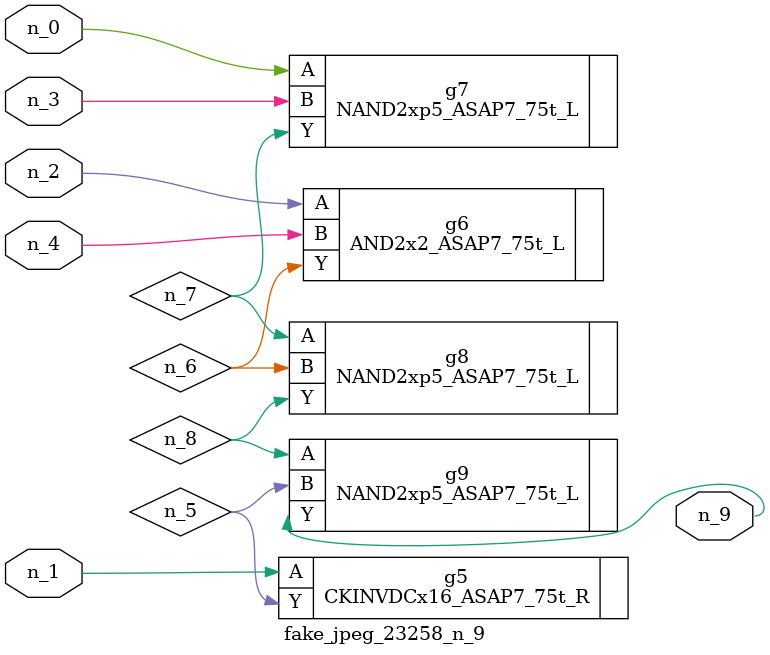
<source format=v>
module fake_jpeg_23258_n_9 (n_3, n_2, n_1, n_0, n_4, n_9);

input n_3;
input n_2;
input n_1;
input n_0;
input n_4;

output n_9;

wire n_8;
wire n_6;
wire n_5;
wire n_7;

CKINVDCx16_ASAP7_75t_R g5 ( 
.A(n_1),
.Y(n_5)
);

AND2x2_ASAP7_75t_L g6 ( 
.A(n_2),
.B(n_4),
.Y(n_6)
);

NAND2xp5_ASAP7_75t_L g7 ( 
.A(n_0),
.B(n_3),
.Y(n_7)
);

NAND2xp5_ASAP7_75t_L g8 ( 
.A(n_7),
.B(n_6),
.Y(n_8)
);

NAND2xp5_ASAP7_75t_L g9 ( 
.A(n_8),
.B(n_5),
.Y(n_9)
);


endmodule
</source>
